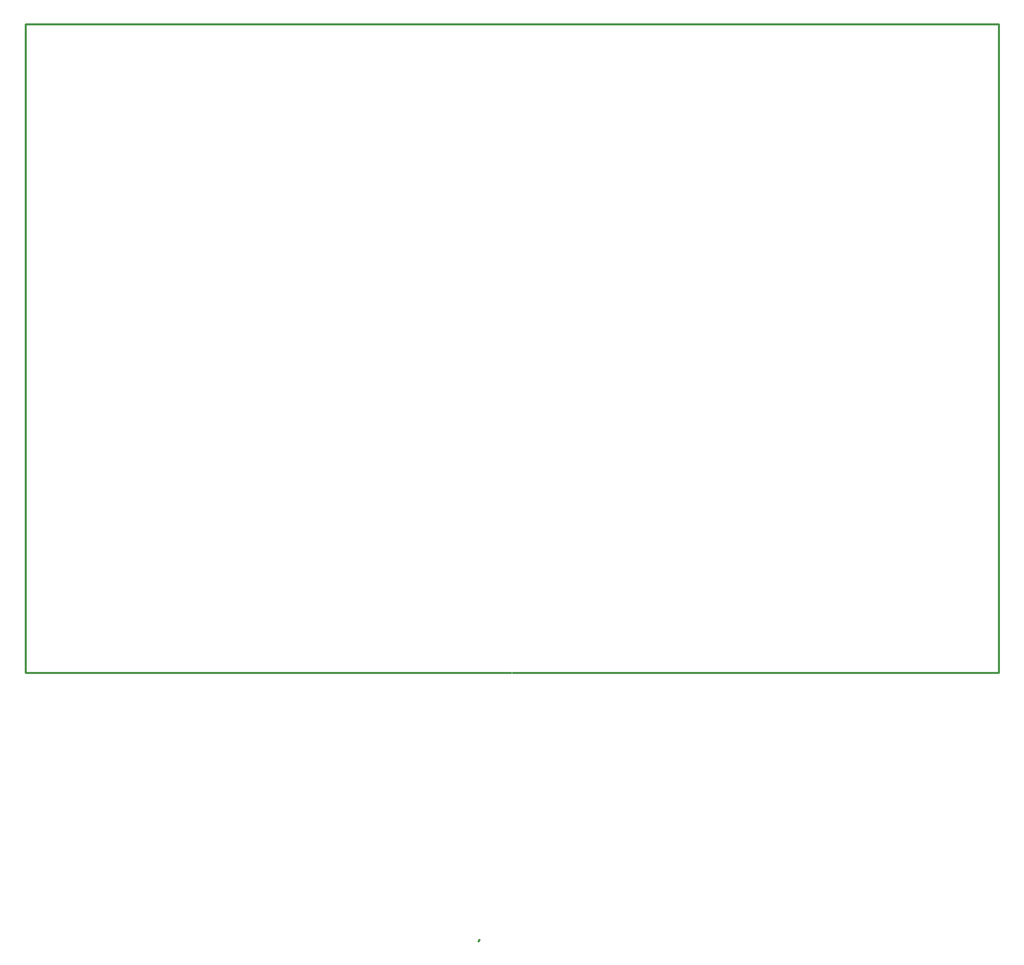
<source format=gko>
G04*
G04 #@! TF.GenerationSoftware,Altium Limited,Altium Designer,18.1.6 (161)*
G04*
G04 Layer_Color=16711935*
%FSLAX25Y25*%
%MOIN*%
G70*
G01*
G75*
%ADD13C,0.01000*%
D13*
X-0Y-0D02*
X235736D01*
X219594Y-130315D02*
X220197Y-129712D01*
X-0Y-0D02*
Y314961D01*
X236338Y-0D02*
X472441D01*
Y314961D01*
X-0D02*
X472441D01*
M02*

</source>
